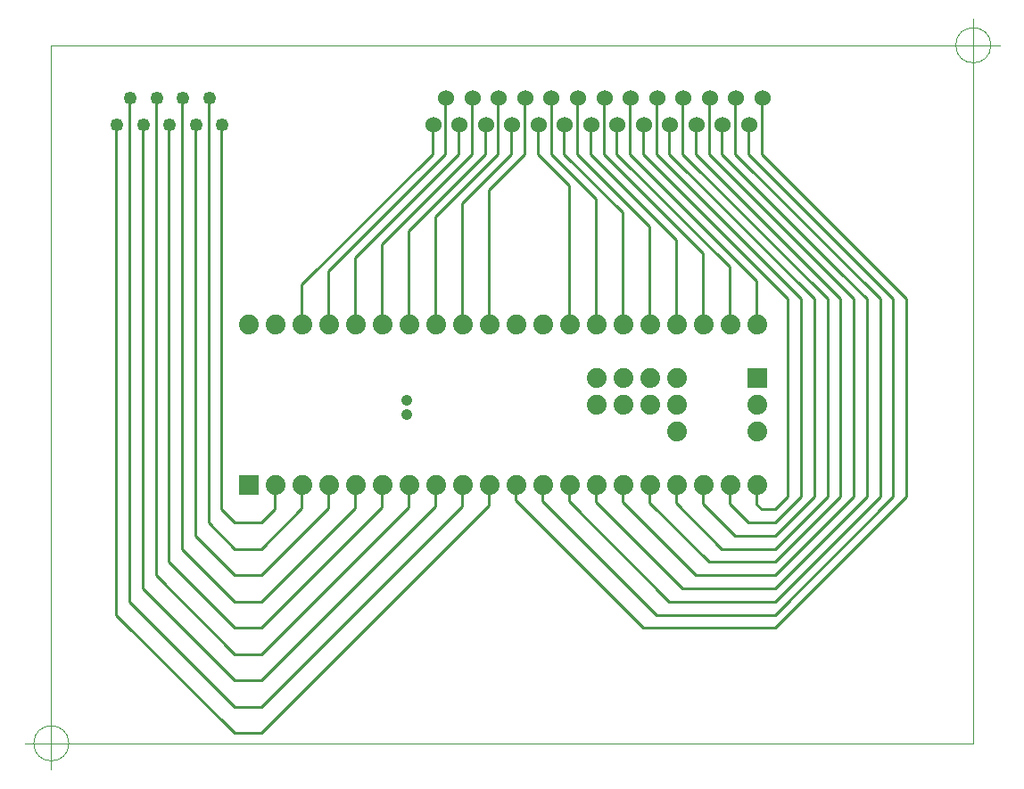
<source format=gbr>
G04 #@! TF.FileFunction,Copper,L2,Bot,Signal*
%FSLAX46Y46*%
G04 Gerber Fmt 4.6, Leading zero omitted, Abs format (unit mm)*
G04 Created by KiCad (PCBNEW 4.0.2-4+6225~38~ubuntu14.04.1-stable) date lun 02 mag 2016 11:29:17 CEST*
%MOMM*%
G01*
G04 APERTURE LIST*
%ADD10C,0.100000*%
%ADD11C,1.879600*%
%ADD12R,1.879600X1.879600*%
%ADD13C,1.066800*%
%ADD14C,1.524000*%
%ADD15C,1.250000*%
%ADD16C,0.250000*%
G04 APERTURE END LIST*
D10*
X187500000Y-128750000D02*
X100000000Y-128750000D01*
X189188390Y-62455400D02*
G75*
G03X189188390Y-62455400I-1666666J0D01*
G01*
X185021724Y-62455400D02*
X190021724Y-62455400D01*
X187521724Y-59955400D02*
X187521724Y-64955400D01*
X101668629Y-128752980D02*
G75*
G03X101668629Y-128752980I-1666666J0D01*
G01*
X97501963Y-128752980D02*
X102501963Y-128752980D01*
X100001963Y-126252980D02*
X100001963Y-131252980D01*
X187500000Y-62500000D02*
X100000000Y-62500000D01*
X187500000Y-128750000D02*
X187500000Y-62500000D01*
X100000000Y-62500000D02*
X100000000Y-128750000D01*
D11*
X118764000Y-88965600D03*
X121304000Y-88965600D03*
X123844000Y-88965600D03*
X126384000Y-88965600D03*
X128924000Y-88965600D03*
X131464000Y-88965600D03*
X134004000Y-88965600D03*
X136544000Y-88965600D03*
X139084000Y-88965600D03*
X141624000Y-88965600D03*
X144164000Y-88965600D03*
X146704000Y-88965600D03*
X149244000Y-88965600D03*
X151784000Y-88965600D03*
X154324000Y-88965600D03*
X156864000Y-88965600D03*
X159404000Y-88965600D03*
X161944000Y-88965600D03*
X164484000Y-88965600D03*
X167024000Y-88965600D03*
X167024000Y-104205600D03*
X164484000Y-104205600D03*
X161944000Y-104205600D03*
X159404000Y-104205600D03*
X156864000Y-104205600D03*
X154324000Y-104205600D03*
X151784000Y-104205600D03*
X149244000Y-104205600D03*
X146704000Y-104205600D03*
X144164000Y-104205600D03*
X141624000Y-104205600D03*
X139084000Y-104205600D03*
X136544000Y-104205600D03*
X134004000Y-104205600D03*
X131464000Y-104205600D03*
X128924000Y-104205600D03*
X126384000Y-104205600D03*
X123844000Y-104205600D03*
X121304000Y-104205600D03*
D12*
X118764000Y-104205600D03*
X167024000Y-94045600D03*
D11*
X167024000Y-96585600D03*
X167024000Y-99125600D03*
X159404000Y-94045600D03*
X156864000Y-94045600D03*
X154324000Y-94045600D03*
X151784000Y-94045600D03*
X151784000Y-96585600D03*
X154324000Y-96585600D03*
X156864000Y-96585600D03*
X159404000Y-96585600D03*
D13*
X133750000Y-97500000D03*
X133750000Y-96179200D03*
D11*
X159404000Y-99125600D03*
D14*
X136250000Y-70000000D03*
X137500000Y-67500000D03*
X138750000Y-70000000D03*
X140000000Y-67500000D03*
X141250000Y-70000000D03*
X142500000Y-67500000D03*
X143750000Y-70000000D03*
X145000000Y-67500000D03*
X146250000Y-70000000D03*
X147500000Y-67500000D03*
X148750000Y-70000000D03*
X150000000Y-67500000D03*
X151250000Y-70000000D03*
X152500000Y-67500000D03*
X153750000Y-70000000D03*
X155000000Y-67500000D03*
X156250000Y-70000000D03*
X157500000Y-67500000D03*
X158750000Y-70000000D03*
X160000000Y-67500000D03*
X161250000Y-70000000D03*
X162500000Y-67500000D03*
X163750000Y-70000000D03*
X165000000Y-67500000D03*
X166250000Y-70000000D03*
X167500000Y-67500000D03*
D15*
X106250000Y-70000000D03*
X107500000Y-67500000D03*
X108750000Y-70000000D03*
X110000000Y-67500000D03*
X111250000Y-70000000D03*
X112500000Y-67500000D03*
X113750000Y-70000000D03*
X115000000Y-67500000D03*
X116250000Y-70000000D03*
D16*
X106170000Y-116538192D02*
X106170000Y-111038182D01*
X106170000Y-111038182D02*
X106170000Y-70288192D01*
X117420000Y-127788192D02*
X106170000Y-116538192D01*
X119920000Y-127788192D02*
X117420000Y-127788192D01*
X141530000Y-106178192D02*
X119920000Y-127788192D01*
X141530000Y-104278192D02*
X141530000Y-106178192D01*
X107420000Y-115288192D02*
X107420000Y-67788192D01*
X117420000Y-125288192D02*
X107420000Y-115288192D01*
X119920000Y-125288192D02*
X117420000Y-125288192D01*
X138990000Y-106218192D02*
X119920000Y-125288192D01*
X138990000Y-104278192D02*
X138990000Y-106218192D01*
X136450000Y-104278192D02*
X136450000Y-106258192D01*
X136450000Y-106258192D02*
X119920000Y-122788192D01*
X119920000Y-122788192D02*
X117420000Y-122788192D01*
X117420000Y-122788192D02*
X108670000Y-114038192D01*
X108670000Y-114038192D02*
X108670000Y-70288192D01*
X109920000Y-67788192D02*
X109920000Y-112788192D01*
X117420000Y-120288192D02*
X109920000Y-112788192D01*
X119920000Y-120288192D02*
X117420000Y-120288192D01*
X133910000Y-106298192D02*
X119920000Y-120288192D01*
X133910000Y-104278192D02*
X133910000Y-106298192D01*
X111170000Y-111538192D02*
X111170000Y-70288192D01*
X117420000Y-117788192D02*
X111170000Y-111538192D01*
X119920000Y-117788192D02*
X117420000Y-117788192D01*
X131370000Y-106338192D02*
X119920000Y-117788192D01*
X131370000Y-104278192D02*
X131370000Y-106338192D01*
X112420000Y-110288192D02*
X112420000Y-68808190D01*
X112420000Y-68808190D02*
X112420000Y-67788192D01*
X117420000Y-115288192D02*
X112420000Y-110288192D01*
X119920000Y-115288192D02*
X117420000Y-115288192D01*
X128830000Y-106378192D02*
X119920000Y-115288192D01*
X128830000Y-104278192D02*
X128830000Y-106378192D01*
X126290000Y-104278192D02*
X126290000Y-106418192D01*
X119920000Y-112788192D02*
X117420000Y-112788192D01*
X117420000Y-112788192D02*
X113670000Y-109038192D01*
X126290000Y-106418192D02*
X119920000Y-112788192D01*
X113670000Y-109038192D02*
X113670000Y-70288192D01*
X123750000Y-104278192D02*
X123750000Y-106458192D01*
X123750000Y-106458192D02*
X119920000Y-110288192D01*
X119920000Y-110288192D02*
X117420000Y-110288192D01*
X117420000Y-110288192D02*
X114920000Y-107788192D01*
X114920000Y-107788192D02*
X114920000Y-102788192D01*
X114920000Y-102788192D02*
X114920000Y-67788192D01*
X116170000Y-70288192D02*
X116170000Y-106538192D01*
X117420000Y-107788192D02*
X116170000Y-106538192D01*
X119920000Y-107788192D02*
X117420000Y-107788192D01*
X121210000Y-106498192D02*
X119920000Y-107788192D01*
X121210000Y-104278192D02*
X121210000Y-106498192D01*
X123750000Y-89038192D02*
X123750000Y-85208192D01*
X123750000Y-85208192D02*
X136170000Y-72788192D01*
X136170000Y-72788192D02*
X136170000Y-70288192D01*
X126290000Y-89038192D02*
X126290000Y-83918192D01*
X126290000Y-83918192D02*
X137420000Y-72788192D01*
X137420000Y-67788192D02*
X137420000Y-72788192D01*
X138670000Y-70288192D02*
X138670000Y-72788192D01*
X138670000Y-72788192D02*
X128830000Y-82628192D01*
X128830000Y-82628192D02*
X128830000Y-89038192D01*
X131370000Y-89038192D02*
X131370000Y-81338192D01*
X131370000Y-81338192D02*
X139920000Y-72788192D01*
X139920000Y-72788192D02*
X139920000Y-67788192D01*
X141170000Y-70288192D02*
X141170000Y-72788192D01*
X141170000Y-72788192D02*
X133910000Y-80048192D01*
X133910000Y-80048192D02*
X133910000Y-89038192D01*
X136450000Y-89038192D02*
X136450000Y-78758192D01*
X136450000Y-78758192D02*
X142420000Y-72788192D01*
X142420000Y-67788192D02*
X142420000Y-72788192D01*
X143670000Y-70288192D02*
X143670000Y-72788192D01*
X143670000Y-72788192D02*
X138990000Y-77468192D01*
X138990000Y-77468192D02*
X138990000Y-89038192D01*
X141530000Y-89038192D02*
X141530000Y-76178192D01*
X141530000Y-76178192D02*
X144920000Y-72788192D01*
X144920000Y-67788192D02*
X144920000Y-72788192D01*
X146170000Y-70288192D02*
X146170000Y-72788192D01*
X146170000Y-72788192D02*
X149150000Y-75768192D01*
X149150000Y-75768192D02*
X149150000Y-89038192D01*
X151690000Y-89038192D02*
X151690000Y-77058192D01*
X151690000Y-77058192D02*
X147420000Y-72788192D01*
X147420000Y-72788192D02*
X147420000Y-67788192D01*
X148670000Y-70288192D02*
X148670000Y-72788192D01*
X148670000Y-72788192D02*
X154230000Y-78348192D01*
X154230000Y-78348192D02*
X154230000Y-89038192D01*
X156770000Y-89038192D02*
X156770000Y-79638192D01*
X156770000Y-79638192D02*
X149920000Y-72788192D01*
X149920000Y-72788192D02*
X149920000Y-67788192D01*
X159310000Y-89038192D02*
X159310000Y-80928192D01*
X159310000Y-80928192D02*
X151170000Y-72788192D01*
X151170000Y-72788192D02*
X151170000Y-70288192D01*
X161850000Y-89038192D02*
X161850000Y-82218192D01*
X161850000Y-82218192D02*
X152420000Y-72788192D01*
X152420000Y-72788192D02*
X152420000Y-67788192D01*
X164390000Y-89038192D02*
X164390000Y-83508192D01*
X164390000Y-83508192D02*
X153670000Y-72788192D01*
X153670000Y-72788192D02*
X153670000Y-72245312D01*
X153670000Y-72245312D02*
X153670000Y-70288192D01*
X166930000Y-89038192D02*
X166930000Y-84798192D01*
X166930000Y-84798192D02*
X154920000Y-72788192D01*
X154920000Y-72788192D02*
X154920000Y-67788192D01*
X166930000Y-104278192D02*
X166930000Y-106048192D01*
X166930000Y-106048192D02*
X167420000Y-106538192D01*
X167420000Y-106538192D02*
X168670000Y-106538192D01*
X156170000Y-72788192D02*
X156170000Y-70288192D01*
X168670000Y-106538192D02*
X169920000Y-105288192D01*
X169920000Y-105288192D02*
X169920000Y-86538192D01*
X169920000Y-86538192D02*
X156170000Y-72788192D01*
X164390000Y-104278192D02*
X164390000Y-106008192D01*
X164390000Y-106008192D02*
X166170000Y-107788192D01*
X171170000Y-86538192D02*
X157420000Y-72788192D01*
X166170000Y-107788192D02*
X168670000Y-107788192D01*
X168670000Y-107788192D02*
X171170000Y-105288192D01*
X171170000Y-105288192D02*
X171170000Y-86538192D01*
X157420000Y-72788192D02*
X157420000Y-67788192D01*
X161850000Y-104278192D02*
X161850000Y-105968192D01*
X161850000Y-105968192D02*
X164920000Y-109038192D01*
X164920000Y-109038192D02*
X168670000Y-109038192D01*
X168670000Y-109038192D02*
X172420000Y-105288192D01*
X172420000Y-86538192D02*
X158670000Y-72788192D01*
X172420000Y-105288192D02*
X172420000Y-86538192D01*
X158670000Y-72788192D02*
X158670000Y-70288192D01*
X159310000Y-104278192D02*
X159310000Y-105928192D01*
X159310000Y-105928192D02*
X163670000Y-110288192D01*
X163670000Y-110288192D02*
X168670000Y-110288192D01*
X168670000Y-110288192D02*
X173670000Y-105288192D01*
X159920000Y-72788192D02*
X159920000Y-67788192D01*
X173670000Y-105288192D02*
X173670000Y-86538192D01*
X173670000Y-86538192D02*
X159920000Y-72788192D01*
X156770000Y-104278192D02*
X156770000Y-105888192D01*
X156770000Y-105888192D02*
X162420000Y-111538192D01*
X174920000Y-105288192D02*
X174920000Y-86538192D01*
X161170000Y-72788192D02*
X161170000Y-70288192D01*
X162420000Y-111538192D02*
X168670000Y-111538192D01*
X168670000Y-111538192D02*
X174920000Y-105288192D01*
X174920000Y-86538192D02*
X161170000Y-72788192D01*
X176170000Y-86538192D02*
X173670000Y-84038192D01*
X176170000Y-105288192D02*
X176170000Y-86538192D01*
X168670000Y-112788192D02*
X176170000Y-105288192D01*
X168127120Y-112788192D02*
X168670000Y-112788192D01*
X161170000Y-112788192D02*
X168127120Y-112788192D01*
X154230000Y-105848192D02*
X161170000Y-112788192D01*
X154230000Y-104278192D02*
X154230000Y-105848192D01*
X162420000Y-72788192D02*
X173670000Y-84038192D01*
X162420000Y-67788192D02*
X162420000Y-72788192D01*
X177420000Y-86538192D02*
X174920000Y-84038192D01*
X177420000Y-105288192D02*
X177420000Y-86538192D01*
X168670000Y-114038192D02*
X177420000Y-105288192D01*
X159920000Y-114038192D02*
X168670000Y-114038192D01*
X151690000Y-105808192D02*
X159920000Y-114038192D01*
X151690000Y-104278192D02*
X151690000Y-105808192D01*
X163670000Y-72788192D02*
X174920000Y-84038192D01*
X163670000Y-70288192D02*
X163670000Y-72788192D01*
X149150000Y-104278192D02*
X149150000Y-105768192D01*
X149150000Y-105768192D02*
X158670000Y-115288192D01*
X164920000Y-72788192D02*
X164920000Y-67788192D01*
X158670000Y-115288192D02*
X168670000Y-115288192D01*
X168670000Y-115288192D02*
X178670000Y-105288192D01*
X178670000Y-105288192D02*
X178670000Y-86538192D01*
X178670000Y-86538192D02*
X164920000Y-72788192D01*
X146610000Y-104278192D02*
X146610000Y-105728192D01*
X166170000Y-72788192D02*
X166170000Y-70288192D01*
X146610000Y-105728192D02*
X157420000Y-116538192D01*
X157420000Y-116538192D02*
X168670000Y-116538192D01*
X179920000Y-86538192D02*
X166170000Y-72788192D01*
X168670000Y-116538192D02*
X179920000Y-105288192D01*
X179920000Y-105288192D02*
X179920000Y-86538192D01*
X144070000Y-104278192D02*
X144070000Y-105688192D01*
X156170000Y-117788192D02*
X168670000Y-117788192D01*
X144070000Y-105688192D02*
X156170000Y-117788192D01*
X168670000Y-117788192D02*
X181170000Y-105288192D01*
X181170000Y-105288192D02*
X181170000Y-86538192D01*
X181170000Y-86538192D02*
X167420000Y-72788192D01*
X167420000Y-72788192D02*
X167420000Y-70288192D01*
X167420000Y-70288192D02*
X167420000Y-67788192D01*
M02*

</source>
